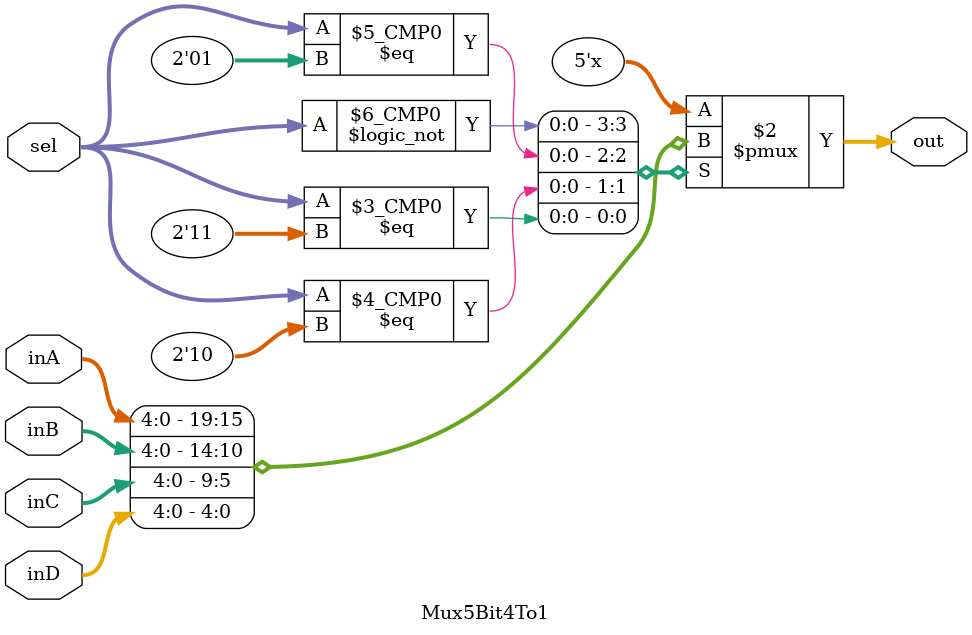
<source format=v>
`timescale 1ns / 1ps


module Mux5Bit4To1(out, inA, inB, inC, inD, sel);

    input [4:0] inA, inB, inC, inD;
    input [1:0] sel;
    
    output reg [4:0] out;
    
    always @(*) begin
        case(sel)
            2'b00 : out <= inA;
            2'b01 : out <= inB;
            2'b10 : out <= inC;
            2'b11 : out <= inD; 
        endcase
    end

endmodule

</source>
